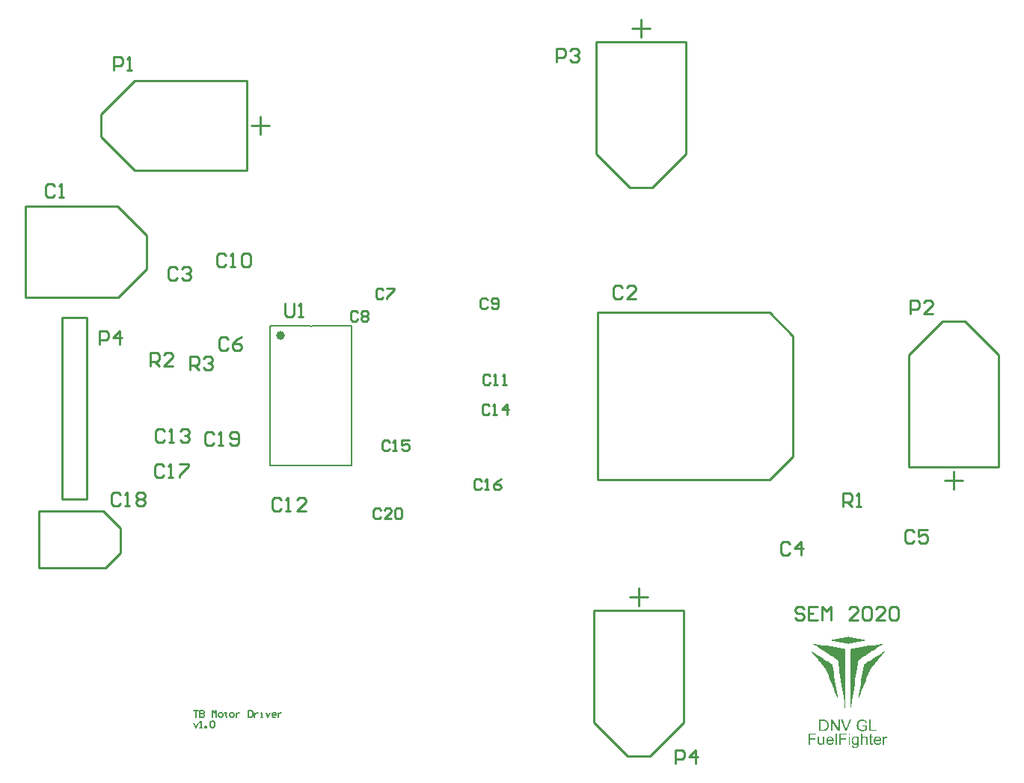
<source format=gbr>
%TF.GenerationSoftware,Altium Limited,Altium Designer,19.1.8 (144)*%
G04 Layer_Color=65535*
%FSLAX26Y26*%
%MOIN*%
%TF.FileFunction,Legend,Top*%
%TF.Part,Single*%
G01*
G75*
%TA.AperFunction,NonConductor*%
%ADD41C,0.007874*%
%TA.AperFunction,OtherPad,Free Pad (1228.347mil,2041.338mil)*%
%ADD42C,0.039370*%
%TA.AperFunction,NonConductor*%
%ADD43C,0.010000*%
%ADD44C,0.005906*%
G36*
X3759239Y695482D02*
X3776776D01*
Y692559D01*
X3794312D01*
Y689636D01*
X3811848D01*
Y686714D01*
X3829385D01*
Y683791D01*
X3846921D01*
Y680868D01*
X3829385D01*
Y677946D01*
X3811848D01*
Y675023D01*
X3794312D01*
Y672100D01*
X3776776D01*
Y669178D01*
X3759239D01*
Y666255D01*
X3753394D01*
Y669178D01*
X3735858D01*
Y672100D01*
X3718321D01*
Y675023D01*
X3700785D01*
Y677946D01*
X3683249D01*
Y680868D01*
X3665713D01*
Y683791D01*
X3683249D01*
Y686714D01*
X3700785D01*
Y689636D01*
X3718321D01*
Y692559D01*
X3735858D01*
Y695482D01*
X3753394D01*
Y698405D01*
X3759239D01*
Y695482D01*
D02*
G37*
G36*
X3919989Y628260D02*
X3917066D01*
Y625337D01*
X3914143D01*
Y622414D01*
X3911221D01*
Y619491D01*
X3908298D01*
Y616569D01*
X3905375D01*
Y613646D01*
Y610723D01*
X3902452D01*
Y607801D01*
X3899530D01*
Y604878D01*
X3896607D01*
Y601955D01*
X3893684D01*
Y599032D01*
X3890762D01*
Y596110D01*
Y593187D01*
X3887839D01*
Y590264D01*
X3884916D01*
Y587341D01*
X3881994D01*
Y584419D01*
X3879071D01*
Y581496D01*
X3876148D01*
Y578573D01*
Y575651D01*
X3873225D01*
Y572728D01*
X3870303D01*
Y569805D01*
X3867380D01*
Y566883D01*
X3864457D01*
Y563960D01*
X3861535D01*
Y561037D01*
Y558114D01*
X3858612D01*
Y555192D01*
X3855689D01*
Y552269D01*
X3852766D01*
Y549346D01*
Y546423D01*
Y543501D01*
X3849844D01*
Y540578D01*
Y537655D01*
X3846921D01*
Y534733D01*
Y531810D01*
Y528887D01*
X3843998D01*
Y525964D01*
Y523042D01*
X3841075D01*
Y520119D01*
Y517196D01*
Y514274D01*
X3838153D01*
Y511351D01*
Y508428D01*
X3835230D01*
Y505505D01*
Y502583D01*
Y499660D01*
X3832307D01*
Y496737D01*
Y493815D01*
X3829385D01*
Y490892D01*
Y487969D01*
Y485046D01*
X3826462D01*
Y482124D01*
Y479201D01*
X3823539D01*
Y476278D01*
Y473356D01*
Y470433D01*
X3820617D01*
Y467510D01*
Y464587D01*
X3817694D01*
Y461665D01*
Y458742D01*
Y455819D01*
X3814771D01*
Y452897D01*
Y449974D01*
X3811848D01*
Y447051D01*
Y444128D01*
Y441206D01*
X3808926D01*
Y438283D01*
Y435360D01*
X3806003D01*
Y432438D01*
Y429515D01*
Y426592D01*
X3803080D01*
Y429515D01*
Y432438D01*
Y435360D01*
Y438283D01*
Y441206D01*
Y444128D01*
X3806003D01*
Y447051D01*
Y449974D01*
Y452897D01*
Y455819D01*
Y458742D01*
Y461665D01*
X3808926D01*
Y464587D01*
Y467510D01*
Y470433D01*
Y473356D01*
Y476278D01*
Y479201D01*
X3811848D01*
Y482124D01*
Y485046D01*
Y487969D01*
Y490892D01*
Y493815D01*
X3814771D01*
Y496737D01*
Y499660D01*
Y502583D01*
Y505505D01*
Y508428D01*
Y511351D01*
X3817694D01*
Y514274D01*
Y517196D01*
Y520119D01*
Y523042D01*
Y525964D01*
Y528887D01*
X3820617D01*
Y531810D01*
Y534733D01*
Y537655D01*
Y540578D01*
Y543501D01*
Y546423D01*
X3823539D01*
Y549346D01*
Y552269D01*
Y555192D01*
Y558114D01*
Y561037D01*
Y563960D01*
X3826462D01*
Y566883D01*
Y569805D01*
Y572728D01*
Y575651D01*
X3832307D01*
Y578573D01*
X3835230D01*
Y581496D01*
X3841075D01*
Y584419D01*
X3843998D01*
Y587341D01*
X3849844D01*
Y590264D01*
X3852766D01*
Y593187D01*
X3858612D01*
Y596110D01*
X3864457D01*
Y599032D01*
X3867380D01*
Y601955D01*
X3873225D01*
Y604878D01*
X3876148D01*
Y607801D01*
X3881994D01*
Y610723D01*
X3884916D01*
Y613646D01*
X3890762D01*
Y616569D01*
X3896607D01*
Y619491D01*
X3899530D01*
Y622414D01*
X3905375D01*
Y625337D01*
X3908298D01*
Y628260D01*
X3914143D01*
Y631182D01*
X3919989D01*
Y628260D01*
D02*
G37*
G36*
X3598490D02*
X3604336D01*
Y625337D01*
X3607258D01*
Y622414D01*
X3613104D01*
Y619491D01*
X3616026D01*
Y616569D01*
X3621872D01*
Y613646D01*
X3624795D01*
Y610723D01*
X3630640D01*
Y607801D01*
X3636485D01*
Y604878D01*
X3639408D01*
Y601955D01*
X3645254D01*
Y599032D01*
X3648176D01*
Y596110D01*
X3654022D01*
Y593187D01*
X3656944D01*
Y590264D01*
X3662790D01*
Y587341D01*
X3668635D01*
Y584419D01*
X3671558D01*
Y581496D01*
X3677403D01*
Y578573D01*
X3680326D01*
Y575651D01*
X3686172D01*
Y572728D01*
Y569805D01*
Y566883D01*
Y563960D01*
X3689094D01*
Y561037D01*
Y558114D01*
Y555192D01*
Y552269D01*
Y549346D01*
Y546423D01*
X3692017D01*
Y543501D01*
Y540578D01*
Y537655D01*
Y534733D01*
Y531810D01*
Y528887D01*
X3694940D01*
Y525964D01*
Y523042D01*
Y520119D01*
Y517196D01*
Y514274D01*
Y511351D01*
X3697862D01*
Y508428D01*
Y505505D01*
Y502583D01*
Y499660D01*
Y496737D01*
Y493815D01*
X3700785D01*
Y490892D01*
Y487969D01*
Y485046D01*
Y482124D01*
Y479201D01*
Y476278D01*
X3703708D01*
Y473356D01*
Y470433D01*
Y467510D01*
Y464587D01*
Y461665D01*
Y458742D01*
X3706631D01*
Y455819D01*
Y452897D01*
Y449974D01*
Y447051D01*
Y444128D01*
Y441206D01*
X3709553D01*
Y438283D01*
Y435360D01*
Y432438D01*
Y429515D01*
Y426592D01*
X3706631D01*
Y429515D01*
Y432438D01*
X3703708D01*
Y435360D01*
Y438283D01*
Y441206D01*
X3700785D01*
Y444128D01*
Y447051D01*
X3697862D01*
Y449974D01*
Y452897D01*
Y455819D01*
X3694940D01*
Y458742D01*
Y461665D01*
X3692017D01*
Y464587D01*
Y467510D01*
Y470433D01*
X3689094D01*
Y473356D01*
Y476278D01*
X3686172D01*
Y479201D01*
Y482124D01*
Y485046D01*
X3683249D01*
Y487969D01*
Y490892D01*
X3680326D01*
Y493815D01*
Y496737D01*
Y499660D01*
X3677403D01*
Y502583D01*
Y505505D01*
X3674481D01*
Y508428D01*
Y511351D01*
Y514274D01*
X3671558D01*
Y517196D01*
Y520119D01*
X3668635D01*
Y523042D01*
Y525964D01*
Y528887D01*
X3665713D01*
Y531810D01*
Y534733D01*
X3662790D01*
Y537655D01*
Y540578D01*
Y543501D01*
X3659867D01*
Y546423D01*
Y549346D01*
X3656944D01*
Y552269D01*
Y555192D01*
X3654022D01*
Y558114D01*
X3651099D01*
Y561037D01*
Y563960D01*
X3648176D01*
Y566883D01*
X3645254D01*
Y569805D01*
X3642331D01*
Y572728D01*
X3639408D01*
Y575651D01*
X3636485D01*
Y578573D01*
Y581496D01*
X3633563D01*
Y584419D01*
X3630640D01*
Y587341D01*
X3627717D01*
Y590264D01*
X3624795D01*
Y593187D01*
X3621872D01*
Y596110D01*
Y599032D01*
X3618949D01*
Y601955D01*
X3616026D01*
Y604878D01*
X3613104D01*
Y607801D01*
X3610181D01*
Y610723D01*
X3607258D01*
Y613646D01*
Y616569D01*
X3604336D01*
Y619491D01*
X3601413D01*
Y622414D01*
X3598490D01*
Y625337D01*
X3595567D01*
Y628260D01*
X3592645D01*
Y631182D01*
X3598490D01*
Y628260D01*
D02*
G37*
G36*
X3911221Y663332D02*
X3905375D01*
Y660409D01*
X3902452D01*
Y657487D01*
X3896607D01*
Y654564D01*
X3893684D01*
Y651641D01*
X3887839D01*
Y648718D01*
X3884916D01*
Y645796D01*
X3879071D01*
Y642873D01*
X3876148D01*
Y639950D01*
X3870303D01*
Y637028D01*
X3867380D01*
Y634105D01*
X3861535D01*
Y631182D01*
X3855689D01*
Y628260D01*
X3852766D01*
Y625337D01*
X3846921D01*
Y622414D01*
X3843998D01*
Y619491D01*
X3838153D01*
Y616569D01*
X3835230D01*
Y613646D01*
X3829385D01*
Y610723D01*
X3826462D01*
Y607801D01*
X3820617D01*
Y604878D01*
X3817694D01*
Y601955D01*
X3811848D01*
Y599032D01*
X3808926D01*
Y596110D01*
X3803080D01*
Y593187D01*
Y590264D01*
Y587341D01*
X3800157D01*
Y584419D01*
Y581496D01*
Y578573D01*
Y575651D01*
Y572728D01*
Y569805D01*
X3797235D01*
Y566883D01*
Y563960D01*
Y561037D01*
Y558114D01*
Y555192D01*
Y552269D01*
Y549346D01*
X3794312D01*
Y546423D01*
Y543501D01*
Y540578D01*
Y537655D01*
Y534733D01*
Y531810D01*
X3791389D01*
Y528887D01*
Y525964D01*
Y523042D01*
Y520119D01*
Y517196D01*
Y514274D01*
X3788467D01*
Y511351D01*
Y508428D01*
Y505505D01*
Y502583D01*
Y499660D01*
Y496737D01*
Y493815D01*
X3785544D01*
Y490892D01*
Y487969D01*
Y485046D01*
Y482124D01*
Y479201D01*
Y476278D01*
X3782621D01*
Y473356D01*
Y470433D01*
Y467510D01*
Y464587D01*
Y461665D01*
Y458742D01*
Y455819D01*
X3779698D01*
Y452897D01*
Y449974D01*
Y447051D01*
Y444128D01*
Y441206D01*
Y438283D01*
X3776776D01*
Y435360D01*
Y432438D01*
Y429515D01*
Y426592D01*
Y423669D01*
Y420747D01*
X3773853D01*
Y417824D01*
Y414901D01*
Y411979D01*
Y409056D01*
Y406133D01*
Y403211D01*
Y400288D01*
X3770930D01*
Y397365D01*
Y394442D01*
Y391520D01*
Y388597D01*
Y385674D01*
Y382751D01*
X3768008D01*
Y385674D01*
Y388597D01*
Y391520D01*
Y394442D01*
Y397365D01*
Y400288D01*
Y403211D01*
Y406133D01*
Y409056D01*
Y411979D01*
Y414901D01*
Y417824D01*
Y420747D01*
Y423669D01*
Y426592D01*
Y429515D01*
Y432438D01*
Y435360D01*
Y438283D01*
Y441206D01*
Y444128D01*
Y447051D01*
Y449974D01*
Y452897D01*
Y455819D01*
Y458742D01*
Y461665D01*
Y464587D01*
Y467510D01*
Y470433D01*
Y473356D01*
Y476278D01*
Y479201D01*
Y482124D01*
Y485046D01*
Y487969D01*
Y490892D01*
Y493815D01*
Y496737D01*
Y499660D01*
Y502583D01*
Y505505D01*
Y508428D01*
Y511351D01*
Y514274D01*
Y517196D01*
Y520119D01*
Y523042D01*
Y525964D01*
Y528887D01*
Y531810D01*
Y534733D01*
Y537655D01*
Y540578D01*
Y543501D01*
Y546423D01*
Y549346D01*
Y552269D01*
Y555192D01*
Y558114D01*
Y561037D01*
Y563960D01*
Y566883D01*
Y569805D01*
Y572728D01*
Y575651D01*
Y578573D01*
Y581496D01*
Y584419D01*
Y587341D01*
Y590264D01*
Y593187D01*
Y596110D01*
Y599032D01*
Y601955D01*
Y604878D01*
Y607801D01*
Y610723D01*
Y613646D01*
Y616569D01*
Y619491D01*
Y622414D01*
Y625337D01*
Y628260D01*
Y631182D01*
Y634105D01*
Y637028D01*
Y639950D01*
Y642873D01*
X3770930D01*
Y645796D01*
X3788467D01*
Y648718D01*
X3806003D01*
Y651641D01*
X3823539D01*
Y654564D01*
X3841075D01*
Y657487D01*
X3858612D01*
Y660409D01*
X3879071D01*
Y663332D01*
X3896607D01*
Y666255D01*
X3911221D01*
Y663332D01*
D02*
G37*
G36*
X3616026D02*
X3633563D01*
Y660409D01*
X3651099D01*
Y657487D01*
X3671558D01*
Y654564D01*
X3689094D01*
Y651641D01*
X3706631D01*
Y648718D01*
X3724167D01*
Y645796D01*
X3741703D01*
Y642873D01*
X3744626D01*
Y639950D01*
Y637028D01*
Y634105D01*
Y631182D01*
Y628260D01*
Y625337D01*
Y622414D01*
Y619491D01*
Y616569D01*
Y613646D01*
Y610723D01*
Y607801D01*
Y604878D01*
Y601955D01*
Y599032D01*
Y596110D01*
Y593187D01*
Y590264D01*
Y587341D01*
Y584419D01*
Y581496D01*
Y578573D01*
Y575651D01*
Y572728D01*
Y569805D01*
Y566883D01*
Y563960D01*
Y561037D01*
Y558114D01*
Y555192D01*
Y552269D01*
Y549346D01*
Y546423D01*
Y543501D01*
Y540578D01*
Y537655D01*
Y534733D01*
Y531810D01*
Y528887D01*
Y525964D01*
Y523042D01*
Y520119D01*
Y517196D01*
Y514274D01*
Y511351D01*
Y508428D01*
Y505505D01*
Y502583D01*
Y499660D01*
Y496737D01*
Y493815D01*
Y490892D01*
Y487969D01*
Y485046D01*
Y482124D01*
Y479201D01*
Y476278D01*
Y473356D01*
Y470433D01*
Y467510D01*
Y464587D01*
Y461665D01*
Y458742D01*
Y455819D01*
Y452897D01*
Y449974D01*
Y447051D01*
Y444128D01*
Y441206D01*
Y438283D01*
Y435360D01*
Y432438D01*
Y429515D01*
Y426592D01*
Y423669D01*
Y420747D01*
Y417824D01*
Y414901D01*
Y411979D01*
Y409056D01*
Y406133D01*
Y403211D01*
Y400288D01*
Y397365D01*
Y394442D01*
Y391520D01*
Y388597D01*
Y385674D01*
Y382751D01*
Y379829D01*
X3741703D01*
Y382751D01*
Y385674D01*
Y388597D01*
Y391520D01*
Y394442D01*
Y397365D01*
Y400288D01*
X3738780D01*
Y403211D01*
Y406133D01*
Y409056D01*
Y411979D01*
Y414901D01*
Y417824D01*
X3735858D01*
Y420747D01*
Y423669D01*
Y426592D01*
Y429515D01*
Y432438D01*
Y435360D01*
Y438283D01*
X3732935D01*
Y441206D01*
Y444128D01*
Y447051D01*
Y449974D01*
Y452897D01*
Y455819D01*
X3730012D01*
Y458742D01*
Y461665D01*
Y464587D01*
Y467510D01*
Y470433D01*
Y473356D01*
X3727090D01*
Y476278D01*
Y479201D01*
Y482124D01*
Y485046D01*
Y487969D01*
Y490892D01*
Y493815D01*
X3724167D01*
Y496737D01*
Y499660D01*
Y502583D01*
Y505505D01*
Y508428D01*
Y511351D01*
X3721244D01*
Y514274D01*
Y517196D01*
Y520119D01*
Y523042D01*
Y525964D01*
Y528887D01*
Y531810D01*
X3718321D01*
Y534733D01*
Y537655D01*
Y540578D01*
Y543501D01*
Y546423D01*
Y549346D01*
X3715399D01*
Y552269D01*
Y555192D01*
Y558114D01*
Y561037D01*
Y563960D01*
Y566883D01*
X3712476D01*
Y569805D01*
Y572728D01*
Y575651D01*
Y578573D01*
Y581496D01*
Y584419D01*
Y587341D01*
X3709553D01*
Y590264D01*
Y593187D01*
Y596110D01*
X3703708D01*
Y599032D01*
X3700785D01*
Y601955D01*
X3694940D01*
Y604878D01*
X3692017D01*
Y607801D01*
X3686172D01*
Y610723D01*
X3683249D01*
Y613646D01*
X3677403D01*
Y616569D01*
X3674481D01*
Y619491D01*
X3668635D01*
Y622414D01*
X3662790D01*
Y625337D01*
X3659867D01*
Y628260D01*
X3654022D01*
Y631182D01*
X3651099D01*
Y634105D01*
X3645254D01*
Y637028D01*
X3642331D01*
Y639950D01*
X3636485D01*
Y642873D01*
X3633563D01*
Y645796D01*
X3627717D01*
Y648718D01*
X3624795D01*
Y651641D01*
X3618949D01*
Y654564D01*
X3616026D01*
Y657487D01*
X3610181D01*
Y660409D01*
X3607258D01*
Y663332D01*
X3601413D01*
Y666255D01*
X3616026D01*
Y663332D01*
D02*
G37*
G36*
X3821444Y328954D02*
X3822027D01*
X3823412Y328809D01*
X3824943Y328590D01*
X3826547Y328226D01*
X3828297Y327788D01*
X3829973Y327205D01*
X3830046D01*
X3830192Y327132D01*
X3830411Y327059D01*
X3830702Y326913D01*
X3831504Y326476D01*
X3832525Y325966D01*
X3833618Y325237D01*
X3834785Y324362D01*
X3835878Y323414D01*
X3836899Y322248D01*
X3837045Y322102D01*
X3837336Y321664D01*
X3837774Y321008D01*
X3838357Y320061D01*
X3838940Y318894D01*
X3839596Y317436D01*
X3840252Y315832D01*
X3840763Y314010D01*
X3834712Y312406D01*
Y312479D01*
X3834639Y312552D01*
X3834566Y312771D01*
X3834493Y313062D01*
X3834274Y313718D01*
X3833983Y314593D01*
X3833546Y315614D01*
X3833035Y316562D01*
X3832525Y317582D01*
X3831869Y318457D01*
X3831796Y318530D01*
X3831577Y318821D01*
X3831140Y319186D01*
X3830630Y319696D01*
X3829973Y320279D01*
X3829099Y320863D01*
X3828151Y321446D01*
X3827057Y321956D01*
X3826912Y322029D01*
X3826547Y322175D01*
X3825891Y322394D01*
X3825016Y322685D01*
X3823996Y322904D01*
X3822829Y323123D01*
X3821517Y323268D01*
X3820132Y323341D01*
X3819330D01*
X3818965Y323268D01*
X3818528D01*
X3817435Y323195D01*
X3816195Y322977D01*
X3814810Y322758D01*
X3813498Y322394D01*
X3812186Y321883D01*
X3812040Y321810D01*
X3811603Y321664D01*
X3811019Y321300D01*
X3810290Y320935D01*
X3809416Y320352D01*
X3808468Y319769D01*
X3807593Y319040D01*
X3806791Y318238D01*
X3806718Y318165D01*
X3806427Y317874D01*
X3806062Y317363D01*
X3805625Y316780D01*
X3805115Y316051D01*
X3804604Y315176D01*
X3804094Y314229D01*
X3803584Y313208D01*
Y313135D01*
X3803511Y312989D01*
X3803438Y312771D01*
X3803292Y312406D01*
X3803146Y311969D01*
X3803000Y311459D01*
X3802782Y310875D01*
X3802636Y310219D01*
X3802271Y308688D01*
X3801980Y306939D01*
X3801761Y305116D01*
X3801688Y303075D01*
Y303002D01*
Y302783D01*
Y302419D01*
X3801761Y301981D01*
Y301398D01*
X3801834Y300669D01*
X3801907Y299940D01*
X3801980Y299138D01*
X3802271Y297316D01*
X3802636Y295421D01*
X3803219Y293525D01*
X3803948Y291703D01*
Y291630D01*
X3804094Y291484D01*
X3804167Y291265D01*
X3804385Y290974D01*
X3804896Y290172D01*
X3805698Y289151D01*
X3806645Y288058D01*
X3807812Y286964D01*
X3809197Y285943D01*
X3810728Y284996D01*
X3810801D01*
X3810947Y284923D01*
X3811165Y284777D01*
X3811530Y284631D01*
X3811894Y284486D01*
X3812405Y284340D01*
X3813571Y283902D01*
X3815029Y283538D01*
X3816633Y283173D01*
X3818382Y282882D01*
X3820205Y282809D01*
X3820934D01*
X3821371Y282882D01*
X3821809D01*
X3822902Y283027D01*
X3824214Y283173D01*
X3825599Y283465D01*
X3827130Y283902D01*
X3828661Y284413D01*
X3828734D01*
X3828880Y284486D01*
X3829026Y284558D01*
X3829317Y284704D01*
X3830119Y285069D01*
X3830994Y285506D01*
X3832015Y286016D01*
X3833108Y286600D01*
X3834129Y287256D01*
X3835003Y287985D01*
Y297462D01*
X3820132D01*
Y303440D01*
X3841564D01*
Y284704D01*
X3841492Y284631D01*
X3841346Y284558D01*
X3841054Y284340D01*
X3840690Y284048D01*
X3840252Y283757D01*
X3839742Y283392D01*
X3839086Y282955D01*
X3838430Y282517D01*
X3836899Y281570D01*
X3835149Y280549D01*
X3833327Y279601D01*
X3831358Y278799D01*
X3831286D01*
X3831140Y278726D01*
X3830848Y278654D01*
X3830484Y278508D01*
X3829973Y278362D01*
X3829390Y278143D01*
X3828734Y277997D01*
X3828078Y277852D01*
X3826474Y277487D01*
X3824652Y277123D01*
X3822683Y276904D01*
X3820642Y276831D01*
X3819913D01*
X3819403Y276904D01*
X3818747D01*
X3817945Y276977D01*
X3817070Y277123D01*
X3816122Y277195D01*
X3814008Y277633D01*
X3811748Y278143D01*
X3809416Y278945D01*
X3808249Y279382D01*
X3807083Y279966D01*
X3807010Y280039D01*
X3806791Y280111D01*
X3806500Y280330D01*
X3806062Y280549D01*
X3805552Y280913D01*
X3805042Y281278D01*
X3803657Y282298D01*
X3802198Y283611D01*
X3800668Y285214D01*
X3799210Y287037D01*
X3797897Y289151D01*
Y289224D01*
X3797752Y289443D01*
X3797606Y289734D01*
X3797387Y290245D01*
X3797168Y290755D01*
X3796950Y291484D01*
X3796658Y292213D01*
X3796367Y293088D01*
X3796075Y294035D01*
X3795783Y295129D01*
X3795565Y296222D01*
X3795346Y297389D01*
X3794981Y299940D01*
X3794836Y302638D01*
Y302711D01*
Y303002D01*
Y303367D01*
X3794909Y303877D01*
Y304533D01*
X3794981Y305335D01*
X3795127Y306137D01*
X3795200Y307084D01*
X3795419Y308105D01*
X3795565Y309199D01*
X3796148Y311531D01*
X3796877Y313937D01*
X3797897Y316343D01*
X3797970Y316416D01*
X3798043Y316634D01*
X3798189Y316926D01*
X3798481Y317363D01*
X3798772Y317947D01*
X3799137Y318530D01*
X3800157Y319915D01*
X3801397Y321519D01*
X3802927Y323050D01*
X3804677Y324580D01*
X3805698Y325237D01*
X3806718Y325893D01*
X3806791Y325966D01*
X3807010Y326038D01*
X3807302Y326184D01*
X3807739Y326403D01*
X3808322Y326622D01*
X3808978Y326913D01*
X3809707Y327205D01*
X3810582Y327497D01*
X3811530Y327788D01*
X3812550Y328007D01*
X3813644Y328298D01*
X3814810Y328517D01*
X3817362Y328882D01*
X3818674Y329027D01*
X3821007D01*
X3821444Y328954D01*
D02*
G37*
G36*
X3718728Y277706D02*
X3711802D01*
X3685413Y317291D01*
Y277706D01*
X3678997D01*
Y328153D01*
X3685850D01*
X3712313Y288495D01*
Y328153D01*
X3718728D01*
Y277706D01*
D02*
G37*
G36*
X3751241D02*
X3744243D01*
X3724706Y328153D01*
X3731996D01*
X3745118Y291484D01*
Y291411D01*
X3745191Y291265D01*
X3745264Y291046D01*
X3745409Y290755D01*
X3745482Y290317D01*
X3745628Y289880D01*
X3745993Y288787D01*
X3746430Y287547D01*
X3746867Y286162D01*
X3747742Y283246D01*
Y283319D01*
X3747815Y283465D01*
X3747888Y283684D01*
X3747961Y283975D01*
X3748180Y284777D01*
X3748544Y285871D01*
X3748909Y287110D01*
X3749346Y288495D01*
X3749856Y289953D01*
X3750439Y291484D01*
X3764145Y328153D01*
X3770924D01*
X3751241Y277706D01*
D02*
G37*
G36*
X3857821Y283684D02*
X3882680D01*
Y277706D01*
X3851114D01*
Y328153D01*
X3857821D01*
Y283684D01*
D02*
G37*
G36*
X3648890Y328080D02*
X3650348Y328007D01*
X3651806Y327861D01*
X3653264Y327642D01*
X3654503Y327424D01*
X3654576D01*
X3654722Y327351D01*
X3654941D01*
X3655232Y327205D01*
X3656034Y326986D01*
X3657055Y326622D01*
X3658221Y326111D01*
X3659460Y325455D01*
X3660700Y324726D01*
X3661866Y323779D01*
X3661939Y323706D01*
X3662012Y323633D01*
X3662231Y323414D01*
X3662522Y323195D01*
X3663251Y322466D01*
X3664126Y321446D01*
X3665074Y320207D01*
X3666094Y318748D01*
X3667042Y317072D01*
X3667844Y315176D01*
Y315103D01*
X3667917Y314958D01*
X3668062Y314666D01*
X3668135Y314229D01*
X3668354Y313718D01*
X3668500Y313135D01*
X3668646Y312479D01*
X3668864Y311677D01*
X3669083Y310875D01*
X3669229Y309928D01*
X3669593Y307886D01*
X3669812Y305627D01*
X3669885Y303148D01*
Y303075D01*
Y302929D01*
Y302565D01*
Y302200D01*
X3669812Y301690D01*
Y301107D01*
X3669739Y299722D01*
X3669521Y298118D01*
X3669302Y296441D01*
X3668937Y294692D01*
X3668500Y292942D01*
Y292869D01*
X3668427Y292723D01*
X3668354Y292505D01*
X3668281Y292213D01*
X3667990Y291411D01*
X3667552Y290390D01*
X3667115Y289224D01*
X3666532Y288058D01*
X3665803Y286818D01*
X3665074Y285652D01*
X3665001Y285506D01*
X3664709Y285142D01*
X3664272Y284631D01*
X3663689Y283975D01*
X3663032Y283246D01*
X3662231Y282517D01*
X3661429Y281715D01*
X3660481Y281059D01*
X3660335Y280986D01*
X3660044Y280768D01*
X3659533Y280476D01*
X3658804Y280111D01*
X3657929Y279674D01*
X3656909Y279310D01*
X3655742Y278872D01*
X3654430Y278508D01*
X3654284D01*
X3654066Y278435D01*
X3653847Y278362D01*
X3653118Y278289D01*
X3652097Y278143D01*
X3650931Y277997D01*
X3649546Y277852D01*
X3648015Y277779D01*
X3646338Y277706D01*
X3628186D01*
Y328153D01*
X3647578D01*
X3648890Y328080D01*
D02*
G37*
G36*
X3764874Y259670D02*
X3758677D01*
Y266742D01*
X3764874D01*
Y259670D01*
D02*
G37*
G36*
X3926201Y253620D02*
X3927003Y253474D01*
X3927951Y253182D01*
X3928972Y252818D01*
X3930138Y252307D01*
X3931377Y251651D01*
X3929117Y245965D01*
X3929044Y246038D01*
X3928753Y246184D01*
X3928316Y246403D01*
X3927732Y246621D01*
X3927076Y246840D01*
X3926274Y247059D01*
X3925472Y247204D01*
X3924671Y247277D01*
X3924306D01*
X3923941Y247204D01*
X3923431Y247131D01*
X3922921Y246986D01*
X3922265Y246767D01*
X3921609Y246475D01*
X3921026Y246038D01*
X3920953Y245965D01*
X3920734Y245819D01*
X3920515Y245528D01*
X3920151Y245163D01*
X3919786Y244653D01*
X3919422Y244070D01*
X3919057Y243414D01*
X3918766Y242612D01*
X3918693Y242466D01*
X3918620Y242029D01*
X3918474Y241372D01*
X3918255Y240498D01*
X3918037Y239404D01*
X3917891Y238165D01*
X3917818Y236853D01*
X3917745Y235395D01*
Y216295D01*
X3911548D01*
Y252891D01*
X3917162D01*
Y247350D01*
X3917235Y247423D01*
X3917526Y247933D01*
X3917891Y248589D01*
X3918474Y249391D01*
X3919057Y250193D01*
X3919713Y251068D01*
X3920369Y251797D01*
X3921026Y252380D01*
X3921098Y252453D01*
X3921317Y252599D01*
X3921755Y252818D01*
X3922192Y253036D01*
X3922775Y253255D01*
X3923504Y253474D01*
X3924233Y253620D01*
X3925035Y253692D01*
X3925545D01*
X3926201Y253620D01*
D02*
G37*
G36*
X3651004Y216295D02*
X3645463D01*
Y221617D01*
X3645391Y221544D01*
X3645245Y221325D01*
X3645026Y221033D01*
X3644662Y220669D01*
X3644224Y220231D01*
X3643714Y219648D01*
X3643131Y219138D01*
X3642402Y218555D01*
X3641600Y217971D01*
X3640725Y217461D01*
X3639777Y216951D01*
X3638757Y216441D01*
X3637590Y216076D01*
X3636424Y215785D01*
X3635112Y215566D01*
X3633800Y215493D01*
X3633289D01*
X3632633Y215566D01*
X3631831Y215639D01*
X3630883Y215785D01*
X3629863Y216003D01*
X3628842Y216295D01*
X3627749Y216732D01*
X3627603Y216805D01*
X3627311Y216951D01*
X3626801Y217243D01*
X3626218Y217607D01*
X3625489Y218044D01*
X3624833Y218555D01*
X3624177Y219138D01*
X3623593Y219794D01*
X3623521Y219867D01*
X3623375Y220159D01*
X3623156Y220523D01*
X3622865Y221106D01*
X3622500Y221762D01*
X3622208Y222564D01*
X3621917Y223439D01*
X3621698Y224387D01*
Y224460D01*
X3621625Y224751D01*
X3621552Y225189D01*
Y225772D01*
X3621479Y226647D01*
X3621407Y227594D01*
X3621334Y228834D01*
Y230219D01*
Y252891D01*
X3627530D01*
Y232552D01*
Y232479D01*
Y232333D01*
Y232114D01*
Y231750D01*
Y230948D01*
X3627603Y229927D01*
Y228834D01*
X3627676Y227740D01*
X3627749Y226792D01*
X3627895Y225990D01*
Y225918D01*
X3628040Y225626D01*
X3628186Y225189D01*
X3628405Y224605D01*
X3628769Y224022D01*
X3629207Y223366D01*
X3629717Y222783D01*
X3630373Y222200D01*
X3630446Y222127D01*
X3630738Y221981D01*
X3631102Y221762D01*
X3631685Y221544D01*
X3632341Y221252D01*
X3633143Y221033D01*
X3634018Y220887D01*
X3635039Y220815D01*
X3635549D01*
X3636059Y220887D01*
X3636715Y220960D01*
X3637517Y221179D01*
X3638392Y221398D01*
X3639340Y221762D01*
X3640288Y222200D01*
X3640433Y222273D01*
X3640725Y222491D01*
X3641162Y222783D01*
X3641673Y223220D01*
X3642256Y223804D01*
X3642839Y224460D01*
X3643349Y225189D01*
X3643787Y226063D01*
X3643860Y226209D01*
X3643933Y226501D01*
X3644078Y227084D01*
X3644297Y227886D01*
X3644516Y228906D01*
X3644662Y230146D01*
X3644735Y231604D01*
X3644807Y233280D01*
Y252891D01*
X3651004D01*
Y216295D01*
D02*
G37*
G36*
X3819767Y248662D02*
X3819840Y248735D01*
X3819986Y248881D01*
X3820205Y249100D01*
X3820569Y249464D01*
X3820934Y249829D01*
X3821444Y250266D01*
X3822100Y250704D01*
X3822756Y251214D01*
X3823485Y251651D01*
X3824287Y252089D01*
X3826183Y252891D01*
X3827203Y253255D01*
X3828297Y253474D01*
X3829463Y253620D01*
X3830630Y253692D01*
X3831286D01*
X3832088Y253620D01*
X3833035Y253474D01*
X3834129Y253328D01*
X3835295Y253036D01*
X3836461Y252599D01*
X3837628Y252089D01*
X3837774Y252016D01*
X3838138Y251797D01*
X3838648Y251433D01*
X3839305Y250922D01*
X3839961Y250266D01*
X3840690Y249537D01*
X3841346Y248662D01*
X3841929Y247642D01*
X3842002Y247496D01*
X3842148Y247131D01*
X3842366Y246475D01*
X3842585Y245528D01*
X3842804Y244361D01*
X3843023Y242976D01*
X3843168Y241299D01*
X3843241Y239404D01*
Y216295D01*
X3837045D01*
Y239477D01*
Y239550D01*
Y239696D01*
Y239914D01*
Y240206D01*
X3836972Y241008D01*
X3836826Y242029D01*
X3836534Y243122D01*
X3836170Y244215D01*
X3835660Y245309D01*
X3835003Y246184D01*
X3834931Y246257D01*
X3834639Y246548D01*
X3834202Y246913D01*
X3833546Y247277D01*
X3832744Y247715D01*
X3831796Y248006D01*
X3830630Y248298D01*
X3829317Y248371D01*
X3828880D01*
X3828370Y248298D01*
X3827641Y248225D01*
X3826912Y248006D01*
X3826037Y247788D01*
X3825162Y247423D01*
X3824214Y246913D01*
X3824141Y246840D01*
X3823850Y246621D01*
X3823412Y246330D01*
X3822902Y245892D01*
X3822319Y245309D01*
X3821736Y244653D01*
X3821225Y243851D01*
X3820788Y242976D01*
X3820715Y242830D01*
X3820642Y242539D01*
X3820496Y241956D01*
X3820278Y241227D01*
X3820059Y240279D01*
X3819913Y239113D01*
X3819840Y237800D01*
X3819767Y236269D01*
Y216295D01*
X3813571D01*
Y266742D01*
X3819767D01*
Y248662D01*
D02*
G37*
G36*
X3764874Y216295D02*
X3758677D01*
Y252891D01*
X3764874D01*
Y216295D01*
D02*
G37*
G36*
X3750804Y260764D02*
X3723394D01*
Y245163D01*
X3747086D01*
Y239185D01*
X3723394D01*
Y216295D01*
X3716687D01*
Y266742D01*
X3750804D01*
Y260764D01*
D02*
G37*
G36*
X3705970Y216295D02*
X3699774D01*
Y266742D01*
X3705970D01*
Y216295D01*
D02*
G37*
G36*
X3613606Y260764D02*
X3586196D01*
Y245163D01*
X3609888D01*
Y239185D01*
X3586196D01*
Y216295D01*
X3579489D01*
Y266742D01*
X3613606D01*
Y260764D01*
D02*
G37*
G36*
X3860008Y252891D02*
X3866278D01*
Y248079D01*
X3860008D01*
Y226574D01*
Y226428D01*
Y226136D01*
Y225699D01*
X3860081Y225189D01*
X3860154Y224022D01*
X3860227Y223512D01*
X3860300Y223147D01*
X3860373Y223002D01*
X3860591Y222710D01*
X3860883Y222345D01*
X3861393Y221981D01*
X3861539Y221908D01*
X3861904Y221762D01*
X3862560Y221617D01*
X3863507Y221544D01*
X3864236D01*
X3864601Y221617D01*
X3865111D01*
X3865694Y221689D01*
X3866278Y221762D01*
X3867079Y216295D01*
X3866934D01*
X3866642Y216222D01*
X3866132Y216149D01*
X3865476Y216076D01*
X3864747Y215930D01*
X3863945Y215857D01*
X3862341Y215785D01*
X3861758D01*
X3861175Y215857D01*
X3860446Y215930D01*
X3859571Y216003D01*
X3858696Y216222D01*
X3857894Y216441D01*
X3857092Y216805D01*
X3857019Y216878D01*
X3856801Y217024D01*
X3856509Y217243D01*
X3856072Y217607D01*
X3855707Y217971D01*
X3855270Y218482D01*
X3854832Y218992D01*
X3854541Y219648D01*
Y219721D01*
X3854395Y220013D01*
X3854322Y220523D01*
X3854176Y221252D01*
X3854030Y222200D01*
X3853957Y222783D01*
Y223439D01*
X3853885Y224241D01*
X3853812Y225043D01*
Y225918D01*
Y226938D01*
Y248079D01*
X3849219D01*
Y252891D01*
X3853812D01*
Y261930D01*
X3860008Y265648D01*
Y252891D01*
D02*
G37*
G36*
X3888585Y253620D02*
X3889168Y253547D01*
X3889897Y253401D01*
X3890699Y253255D01*
X3891647Y253036D01*
X3892522Y252818D01*
X3893542Y252453D01*
X3894490Y252089D01*
X3895510Y251578D01*
X3896531Y250995D01*
X3897552Y250339D01*
X3898499Y249537D01*
X3899374Y248662D01*
X3899447Y248589D01*
X3899593Y248444D01*
X3899812Y248152D01*
X3900103Y247715D01*
X3900468Y247204D01*
X3900832Y246621D01*
X3901270Y245892D01*
X3901707Y245017D01*
X3902144Y244070D01*
X3902582Y243049D01*
X3902946Y241883D01*
X3903311Y240643D01*
X3903602Y239258D01*
X3903821Y237800D01*
X3903967Y236269D01*
X3904040Y234593D01*
Y234520D01*
Y234228D01*
Y233718D01*
X3903967Y232989D01*
X3876629D01*
Y232916D01*
Y232697D01*
X3876702Y232406D01*
Y231968D01*
X3876775Y231458D01*
X3876921Y230875D01*
X3877140Y229563D01*
X3877577Y228105D01*
X3878160Y226501D01*
X3878962Y225043D01*
X3879983Y223731D01*
X3880056D01*
X3880129Y223585D01*
X3880566Y223220D01*
X3881222Y222710D01*
X3882097Y222200D01*
X3883263Y221617D01*
X3884575Y221106D01*
X3886034Y220742D01*
X3886835Y220669D01*
X3887710Y220596D01*
X3888293D01*
X3888950Y220669D01*
X3889751Y220815D01*
X3890626Y221033D01*
X3891647Y221325D01*
X3892595Y221762D01*
X3893542Y222345D01*
X3893615Y222418D01*
X3893980Y222710D01*
X3894417Y223147D01*
X3894927Y223731D01*
X3895510Y224532D01*
X3896167Y225553D01*
X3896823Y226720D01*
X3897406Y228105D01*
X3903821Y227303D01*
Y227230D01*
X3903748Y227084D01*
X3903675Y226792D01*
X3903530Y226355D01*
X3903311Y225918D01*
X3903092Y225334D01*
X3902509Y224095D01*
X3901780Y222710D01*
X3900759Y221252D01*
X3899593Y219867D01*
X3898135Y218555D01*
X3898062D01*
X3897916Y218409D01*
X3897698Y218263D01*
X3897406Y218044D01*
X3896968Y217826D01*
X3896531Y217607D01*
X3895948Y217315D01*
X3895292Y217024D01*
X3894563Y216732D01*
X3893834Y216441D01*
X3892011Y216003D01*
X3889970Y215639D01*
X3887710Y215493D01*
X3886908D01*
X3886398Y215566D01*
X3885742Y215639D01*
X3884940Y215785D01*
X3884065Y215930D01*
X3883117Y216076D01*
X3881076Y216659D01*
X3879983Y217097D01*
X3878962Y217534D01*
X3877869Y218117D01*
X3876848Y218773D01*
X3875900Y219502D01*
X3874953Y220377D01*
X3874880Y220450D01*
X3874734Y220596D01*
X3874515Y220887D01*
X3874224Y221325D01*
X3873859Y221835D01*
X3873495Y222418D01*
X3873057Y223147D01*
X3872620Y223949D01*
X3872182Y224897D01*
X3871745Y225918D01*
X3871381Y227084D01*
X3871016Y228323D01*
X3870724Y229636D01*
X3870506Y231094D01*
X3870360Y232624D01*
X3870287Y234228D01*
Y234301D01*
Y234666D01*
Y235103D01*
X3870360Y235759D01*
X3870433Y236561D01*
X3870506Y237436D01*
X3870652Y238456D01*
X3870870Y239477D01*
X3871454Y241810D01*
X3871818Y242976D01*
X3872255Y244215D01*
X3872839Y245382D01*
X3873495Y246475D01*
X3874224Y247569D01*
X3875026Y248589D01*
X3875099Y248662D01*
X3875244Y248808D01*
X3875536Y249027D01*
X3875900Y249391D01*
X3876338Y249756D01*
X3876921Y250193D01*
X3877577Y250704D01*
X3878379Y251141D01*
X3879181Y251651D01*
X3880129Y252089D01*
X3881149Y252526D01*
X3882243Y252891D01*
X3883409Y253255D01*
X3884648Y253474D01*
X3885961Y253620D01*
X3887346Y253692D01*
X3888075D01*
X3888585Y253620D01*
D02*
G37*
G36*
X3676883D02*
X3677467Y253547D01*
X3678196Y253401D01*
X3678997Y253255D01*
X3679945Y253036D01*
X3680820Y252818D01*
X3681841Y252453D01*
X3682788Y252089D01*
X3683809Y251578D01*
X3684829Y250995D01*
X3685850Y250339D01*
X3686798Y249537D01*
X3687673Y248662D01*
X3687745Y248589D01*
X3687891Y248444D01*
X3688110Y248152D01*
X3688402Y247715D01*
X3688766Y247204D01*
X3689131Y246621D01*
X3689568Y245892D01*
X3690005Y245017D01*
X3690443Y244070D01*
X3690880Y243049D01*
X3691245Y241883D01*
X3691609Y240643D01*
X3691901Y239258D01*
X3692119Y237800D01*
X3692265Y236269D01*
X3692338Y234593D01*
Y234520D01*
Y234228D01*
Y233718D01*
X3692265Y232989D01*
X3664928D01*
Y232916D01*
Y232697D01*
X3665001Y232406D01*
Y231968D01*
X3665074Y231458D01*
X3665219Y230875D01*
X3665438Y229563D01*
X3665876Y228105D01*
X3666459Y226501D01*
X3667261Y225043D01*
X3668281Y223731D01*
X3668354D01*
X3668427Y223585D01*
X3668864Y223220D01*
X3669521Y222710D01*
X3670395Y222200D01*
X3671562Y221617D01*
X3672874Y221106D01*
X3674332Y220742D01*
X3675134Y220669D01*
X3676009Y220596D01*
X3676592D01*
X3677248Y220669D01*
X3678050Y220815D01*
X3678925Y221033D01*
X3679945Y221325D01*
X3680893Y221762D01*
X3681841Y222345D01*
X3681914Y222418D01*
X3682278Y222710D01*
X3682715Y223147D01*
X3683226Y223731D01*
X3683809Y224532D01*
X3684465Y225553D01*
X3685121Y226720D01*
X3685704Y228105D01*
X3692119Y227303D01*
Y227230D01*
X3692047Y227084D01*
X3691974Y226792D01*
X3691828Y226355D01*
X3691609Y225918D01*
X3691390Y225334D01*
X3690807Y224095D01*
X3690078Y222710D01*
X3689058Y221252D01*
X3687891Y219867D01*
X3686433Y218555D01*
X3686360D01*
X3686215Y218409D01*
X3685996Y218263D01*
X3685704Y218044D01*
X3685267Y217826D01*
X3684829Y217607D01*
X3684246Y217315D01*
X3683590Y217024D01*
X3682861Y216732D01*
X3682132Y216441D01*
X3680310Y216003D01*
X3678269Y215639D01*
X3676009Y215493D01*
X3675207D01*
X3674696Y215566D01*
X3674040Y215639D01*
X3673238Y215785D01*
X3672364Y215930D01*
X3671416Y216076D01*
X3669375Y216659D01*
X3668281Y217097D01*
X3667261Y217534D01*
X3666167Y218117D01*
X3665146Y218773D01*
X3664199Y219502D01*
X3663251Y220377D01*
X3663178Y220450D01*
X3663032Y220596D01*
X3662814Y220887D01*
X3662522Y221325D01*
X3662158Y221835D01*
X3661793Y222418D01*
X3661356Y223147D01*
X3660918Y223949D01*
X3660481Y224897D01*
X3660044Y225918D01*
X3659679Y227084D01*
X3659314Y228323D01*
X3659023Y229636D01*
X3658804Y231094D01*
X3658658Y232624D01*
X3658586Y234228D01*
Y234301D01*
Y234666D01*
Y235103D01*
X3658658Y235759D01*
X3658731Y236561D01*
X3658804Y237436D01*
X3658950Y238456D01*
X3659169Y239477D01*
X3659752Y241810D01*
X3660116Y242976D01*
X3660554Y244215D01*
X3661137Y245382D01*
X3661793Y246475D01*
X3662522Y247569D01*
X3663324Y248589D01*
X3663397Y248662D01*
X3663543Y248808D01*
X3663834Y249027D01*
X3664199Y249391D01*
X3664636Y249756D01*
X3665219Y250193D01*
X3665876Y250704D01*
X3666677Y251141D01*
X3667479Y251651D01*
X3668427Y252089D01*
X3669448Y252526D01*
X3670541Y252891D01*
X3671707Y253255D01*
X3672947Y253474D01*
X3674259Y253620D01*
X3675644Y253692D01*
X3676373D01*
X3676883Y253620D01*
D02*
G37*
G36*
X3788858D02*
X3789368Y253547D01*
X3790024Y253401D01*
X3790753Y253255D01*
X3791555Y253036D01*
X3792357Y252745D01*
X3793232Y252380D01*
X3794107Y251943D01*
X3795054Y251433D01*
X3795929Y250849D01*
X3796804Y250120D01*
X3797679Y249319D01*
X3798481Y248371D01*
Y252891D01*
X3804167D01*
Y221252D01*
Y221179D01*
Y220887D01*
Y220450D01*
Y219867D01*
X3804094Y219211D01*
Y218409D01*
X3804021Y217534D01*
X3803948Y216586D01*
X3803729Y214618D01*
X3803438Y212577D01*
X3803219Y211629D01*
X3803000Y210754D01*
X3802709Y209952D01*
X3802417Y209224D01*
Y209151D01*
X3802344Y209078D01*
X3802053Y208640D01*
X3801688Y207984D01*
X3801105Y207182D01*
X3800303Y206308D01*
X3799355Y205360D01*
X3798189Y204412D01*
X3796877Y203610D01*
X3796804D01*
X3796731Y203537D01*
X3796512Y203392D01*
X3796221Y203319D01*
X3795856Y203100D01*
X3795419Y202954D01*
X3794325Y202590D01*
X3793013Y202152D01*
X3791409Y201861D01*
X3789587Y201569D01*
X3787619Y201496D01*
X3786962D01*
X3786525Y201569D01*
X3785942D01*
X3785359Y201642D01*
X3784630Y201715D01*
X3783828Y201861D01*
X3782151Y202225D01*
X3780401Y202735D01*
X3778652Y203464D01*
X3777048Y204485D01*
X3776975Y204558D01*
X3776902Y204631D01*
X3776392Y205068D01*
X3775809Y205724D01*
X3775080Y206672D01*
X3774351Y207911D01*
X3773695Y209442D01*
X3773476Y210317D01*
X3773330Y211265D01*
X3773184Y212212D01*
Y213306D01*
X3779235Y212504D01*
Y212358D01*
X3779308Y212067D01*
X3779454Y211556D01*
X3779599Y210900D01*
X3779891Y210244D01*
X3780256Y209588D01*
X3780693Y208932D01*
X3781276Y208422D01*
X3781422Y208349D01*
X3781714Y208130D01*
X3782224Y207838D01*
X3782953Y207547D01*
X3783828Y207182D01*
X3784921Y206891D01*
X3786233Y206672D01*
X3787619Y206599D01*
X3788347D01*
X3789077Y206672D01*
X3790097Y206818D01*
X3791118Y207036D01*
X3792211Y207328D01*
X3793305Y207766D01*
X3794252Y208349D01*
X3794325Y208422D01*
X3794617Y208640D01*
X3795054Y209078D01*
X3795565Y209588D01*
X3796075Y210317D01*
X3796585Y211119D01*
X3797095Y212067D01*
X3797460Y213160D01*
Y213233D01*
X3797533Y213525D01*
X3797606Y214108D01*
X3797679Y214837D01*
X3797752Y215347D01*
Y215930D01*
X3797825Y216586D01*
Y217315D01*
Y218117D01*
X3797897Y219065D01*
Y220013D01*
Y221106D01*
X3797825Y221033D01*
X3797679Y220887D01*
X3797460Y220669D01*
X3797168Y220377D01*
X3796804Y220013D01*
X3796294Y219575D01*
X3795710Y219138D01*
X3795127Y218701D01*
X3793596Y217826D01*
X3791920Y217024D01*
X3790972Y216732D01*
X3789951Y216513D01*
X3788858Y216368D01*
X3787764Y216295D01*
X3787400D01*
X3787035Y216368D01*
X3786525D01*
X3785869Y216441D01*
X3785140Y216586D01*
X3784338Y216732D01*
X3783463Y216951D01*
X3782515Y217243D01*
X3781568Y217607D01*
X3780620Y218044D01*
X3779599Y218555D01*
X3778652Y219211D01*
X3777704Y219940D01*
X3776829Y220742D01*
X3776027Y221689D01*
X3775954Y221762D01*
X3775882Y221908D01*
X3775663Y222273D01*
X3775371Y222637D01*
X3775080Y223220D01*
X3774715Y223804D01*
X3774351Y224532D01*
X3773986Y225407D01*
X3773622Y226282D01*
X3773257Y227303D01*
X3772893Y228323D01*
X3772601Y229490D01*
X3772091Y231968D01*
X3772018Y233353D01*
X3771945Y234738D01*
Y234811D01*
Y234957D01*
Y235249D01*
Y235613D01*
X3772018Y236124D01*
Y236634D01*
X3772164Y237946D01*
X3772382Y239404D01*
X3772747Y241008D01*
X3773184Y242685D01*
X3773840Y244361D01*
Y244434D01*
X3773913Y244580D01*
X3774059Y244799D01*
X3774205Y245090D01*
X3774642Y245892D01*
X3775226Y246913D01*
X3776027Y248006D01*
X3776975Y249100D01*
X3778069Y250266D01*
X3779308Y251214D01*
X3779381D01*
X3779454Y251287D01*
X3779672Y251433D01*
X3779964Y251578D01*
X3780693Y252016D01*
X3781714Y252453D01*
X3782953Y252891D01*
X3784411Y253328D01*
X3786015Y253620D01*
X3787764Y253692D01*
X3788420D01*
X3788858Y253620D01*
D02*
G37*
%LPC*%
G36*
X3646557Y322175D02*
X3634893D01*
Y283684D01*
X3646849D01*
X3647359Y283757D01*
X3648452Y283829D01*
X3649692Y283902D01*
X3651004Y284048D01*
X3652316Y284267D01*
X3653410Y284558D01*
X3653555Y284631D01*
X3653920Y284704D01*
X3654430Y284923D01*
X3655086Y285214D01*
X3655815Y285652D01*
X3656544Y286089D01*
X3657273Y286600D01*
X3658002Y287183D01*
X3658075Y287329D01*
X3658367Y287620D01*
X3658804Y288130D01*
X3659314Y288860D01*
X3659898Y289807D01*
X3660554Y290901D01*
X3661137Y292140D01*
X3661647Y293525D01*
Y293598D01*
X3661720Y293744D01*
X3661793Y293962D01*
X3661866Y294254D01*
X3661939Y294619D01*
X3662085Y295129D01*
X3662231Y295639D01*
X3662376Y296222D01*
X3662595Y297680D01*
X3662814Y299357D01*
X3662959Y301252D01*
X3663032Y303294D01*
Y303367D01*
Y303658D01*
Y304023D01*
X3662959Y304606D01*
Y305262D01*
X3662887Y305991D01*
X3662814Y306866D01*
X3662741Y307741D01*
X3662376Y309709D01*
X3661939Y311750D01*
X3661283Y313646D01*
X3660845Y314593D01*
X3660408Y315395D01*
Y315468D01*
X3660262Y315614D01*
X3660116Y315832D01*
X3659971Y316124D01*
X3659387Y316853D01*
X3658658Y317728D01*
X3657711Y318676D01*
X3656617Y319623D01*
X3655378Y320425D01*
X3654066Y321081D01*
X3653920Y321154D01*
X3653555Y321227D01*
X3652899Y321446D01*
X3651952Y321664D01*
X3650785Y321810D01*
X3649327Y322029D01*
X3648452Y322102D01*
X3647505D01*
X3646557Y322175D01*
D02*
G37*
G36*
X3887419Y248589D02*
X3886981D01*
X3886690Y248517D01*
X3885888Y248444D01*
X3884940Y248225D01*
X3883774Y247861D01*
X3882534Y247350D01*
X3881368Y246621D01*
X3880202Y245673D01*
X3880056Y245528D01*
X3879764Y245163D01*
X3879254Y244507D01*
X3878744Y243632D01*
X3878160Y242612D01*
X3877650Y241299D01*
X3877213Y239769D01*
X3876994Y238092D01*
X3897479D01*
Y238165D01*
Y238311D01*
X3897406Y238529D01*
Y238821D01*
X3897260Y239696D01*
X3897041Y240643D01*
X3896677Y241810D01*
X3896312Y242903D01*
X3895729Y243997D01*
X3895073Y244945D01*
Y245017D01*
X3894927Y245090D01*
X3894563Y245528D01*
X3893907Y246111D01*
X3893032Y246767D01*
X3891938Y247423D01*
X3890626Y248006D01*
X3889095Y248444D01*
X3888293Y248517D01*
X3887419Y248589D01*
D02*
G37*
G36*
X3675717D02*
X3675280D01*
X3674988Y248517D01*
X3674186Y248444D01*
X3673238Y248225D01*
X3672072Y247861D01*
X3670833Y247350D01*
X3669666Y246621D01*
X3668500Y245673D01*
X3668354Y245528D01*
X3668062Y245163D01*
X3667552Y244507D01*
X3667042Y243632D01*
X3666459Y242612D01*
X3665948Y241299D01*
X3665511Y239769D01*
X3665292Y238092D01*
X3685777D01*
Y238165D01*
Y238311D01*
X3685704Y238529D01*
Y238821D01*
X3685559Y239696D01*
X3685340Y240643D01*
X3684975Y241810D01*
X3684611Y242903D01*
X3684028Y243997D01*
X3683372Y244945D01*
Y245017D01*
X3683226Y245090D01*
X3682861Y245528D01*
X3682205Y246111D01*
X3681330Y246767D01*
X3680237Y247423D01*
X3678925Y248006D01*
X3677394Y248444D01*
X3676592Y248517D01*
X3675717Y248589D01*
D02*
G37*
G36*
X3789004D02*
X3787837D01*
X3787546Y248517D01*
X3786744Y248444D01*
X3785796Y248152D01*
X3784630Y247788D01*
X3783463Y247131D01*
X3782297Y246330D01*
X3781714Y245746D01*
X3781130Y245163D01*
Y245090D01*
X3780985Y245017D01*
X3780839Y244799D01*
X3780693Y244507D01*
X3780474Y244215D01*
X3780256Y243778D01*
X3779964Y243268D01*
X3779745Y242685D01*
X3779454Y242029D01*
X3779162Y241227D01*
X3778943Y240425D01*
X3778725Y239550D01*
X3778579Y238529D01*
X3778433Y237509D01*
X3778287Y236415D01*
Y235176D01*
Y235103D01*
Y234884D01*
Y234520D01*
X3778360Y234010D01*
Y233426D01*
X3778433Y232697D01*
X3778652Y231166D01*
X3779016Y229417D01*
X3779454Y227740D01*
X3780183Y226063D01*
X3780620Y225334D01*
X3781130Y224678D01*
X3781276Y224532D01*
X3781641Y224168D01*
X3782224Y223658D01*
X3783099Y223075D01*
X3784119Y222418D01*
X3785359Y221908D01*
X3786744Y221544D01*
X3787473Y221471D01*
X3788275Y221398D01*
X3788712D01*
X3789004Y221471D01*
X3789805Y221544D01*
X3790826Y221835D01*
X3791920Y222200D01*
X3793159Y222783D01*
X3794325Y223585D01*
X3794909Y224095D01*
X3795492Y224678D01*
Y224751D01*
X3795637Y224824D01*
X3795783Y225043D01*
X3795929Y225334D01*
X3796148Y225626D01*
X3796439Y226063D01*
X3796658Y226574D01*
X3796950Y227230D01*
X3797241Y227886D01*
X3797460Y228615D01*
X3797752Y229490D01*
X3797970Y230437D01*
X3798116Y231385D01*
X3798262Y232479D01*
X3798408Y233718D01*
Y234957D01*
Y235030D01*
Y235249D01*
Y235613D01*
X3798335Y236051D01*
Y236634D01*
X3798262Y237290D01*
X3798043Y238748D01*
X3797679Y240425D01*
X3797168Y242101D01*
X3796439Y243778D01*
X3795929Y244507D01*
X3795419Y245163D01*
Y245236D01*
X3795273Y245309D01*
X3794909Y245673D01*
X3794252Y246257D01*
X3793378Y246913D01*
X3792357Y247496D01*
X3791118Y248079D01*
X3789733Y248444D01*
X3789004Y248589D01*
D02*
G37*
%LPD*%
D41*
X1355955Y2086692D02*
G03*
X1368455Y2086692I6250J0D01*
G01*
X1544882D01*
Y1460747D02*
Y2086692D01*
X1179528D02*
X1355955D01*
X1179528Y1460747D02*
Y2086692D01*
Y1460747D02*
X1544882D01*
D42*
X1228347Y2041338D02*
D03*
D43*
X4028347Y1455512D02*
X4428346D01*
X4028347D02*
Y1955512D01*
X4178346Y2105512D01*
X4278346D01*
X4428346Y1955512D01*
Y1455512D02*
Y1955512D01*
X4188346Y1395669D02*
X4268346D01*
X4228346Y1355669D02*
Y1435669D01*
X2622835Y816142D02*
X3022835D01*
Y316142D02*
Y816142D01*
X2872835Y166142D02*
X3022835Y316142D01*
X2772835Y166142D02*
X2872835D01*
X2622835Y316142D02*
X2772835Y166142D01*
X2622835Y316142D02*
Y816142D01*
X2782835Y875984D02*
X2862835D01*
X2822835Y835984D02*
Y915984D01*
X2634646Y3351575D02*
X3034646D01*
Y2851575D02*
Y3351575D01*
X2884646Y2701575D02*
X3034646Y2851575D01*
X2784646Y2701575D02*
X2884646D01*
X2634646Y2851575D02*
X2784646Y2701575D01*
X2634646Y2851575D02*
Y3351575D01*
X2794646Y3411417D02*
X2874646D01*
X2834646Y3371417D02*
Y3451417D01*
X1075984Y2780315D02*
Y3180315D01*
X575984Y2780315D02*
X1075984D01*
X425984Y2930315D02*
X575984Y2780315D01*
X425984Y2930315D02*
Y3030315D01*
X575984Y3180315D01*
X1075984D01*
X1135827Y2940315D02*
Y3020315D01*
X1095827Y2980315D02*
X1175827D01*
X254921Y1313582D02*
X365157D01*
Y2120668D01*
X254921D02*
X365157D01*
X254921Y1313582D02*
Y2120668D01*
X151575Y1006890D02*
X447834D01*
X437008Y1258858D02*
X513779Y1182087D01*
X151575Y1258858D02*
X437008D01*
X151575Y1006890D02*
Y1258858D01*
X513779Y1072835D02*
Y1182087D01*
X447834Y1006890D02*
X513779Y1072835D01*
X3070866Y2145669D02*
X3405512D01*
X3510827Y2040354D01*
Y1502953D02*
Y2040354D01*
X3405512Y1397638D02*
X3510827Y1502953D01*
X2638780Y1397638D02*
X3405512D01*
X2638780D02*
Y2145669D01*
X3070866D01*
X90551Y2213583D02*
X503937D01*
X90551D02*
Y2619095D01*
X503937Y2213583D02*
X630905Y2340551D01*
Y2488189D01*
X90551Y2619095D02*
X490158D01*
X500000D02*
X630905Y2488189D01*
X490158Y2619095D02*
X500000D01*
X3560145Y821480D02*
X3550148Y831477D01*
X3530154D01*
X3520157Y821480D01*
Y811483D01*
X3530154Y801486D01*
X3550148D01*
X3560145Y791490D01*
Y781493D01*
X3550148Y771496D01*
X3530154D01*
X3520157Y781493D01*
X3620125Y831477D02*
X3580138D01*
Y771496D01*
X3620125D01*
X3580138Y801486D02*
X3600132D01*
X3640119Y771496D02*
Y831477D01*
X3660112Y811483D01*
X3680106Y831477D01*
Y771496D01*
X3800067D02*
X3760080D01*
X3800067Y811483D01*
Y821480D01*
X3790070Y831477D01*
X3770077D01*
X3760080Y821480D01*
X3820061D02*
X3830057Y831477D01*
X3850051D01*
X3860048Y821480D01*
Y781493D01*
X3850051Y771496D01*
X3830057D01*
X3820061Y781493D01*
Y821480D01*
X3920028Y771496D02*
X3880041D01*
X3920028Y811483D01*
Y821480D01*
X3910031Y831477D01*
X3890038D01*
X3880041Y821480D01*
X3940022D02*
X3950019Y831477D01*
X3970012D01*
X3980009Y821480D01*
Y781493D01*
X3970012Y771496D01*
X3950019D01*
X3940022Y781493D01*
Y821480D01*
X1248032Y2185965D02*
Y2135981D01*
X1258028Y2125984D01*
X1278022D01*
X1288019Y2135981D01*
Y2185965D01*
X1308012Y2125984D02*
X1328006D01*
X1318009D01*
Y2185965D01*
X1308012Y2175968D01*
X822835Y1889764D02*
Y1949744D01*
X852825D01*
X862822Y1939748D01*
Y1919754D01*
X852825Y1909757D01*
X822835D01*
X842828D02*
X862822Y1889764D01*
X882815Y1939748D02*
X892812Y1949744D01*
X912806D01*
X922802Y1939748D01*
Y1929751D01*
X912806Y1919754D01*
X902809D01*
X912806D01*
X922802Y1909757D01*
Y1899761D01*
X912806Y1889764D01*
X892812D01*
X882815Y1899761D01*
X645669Y1905512D02*
Y1965492D01*
X675660D01*
X685656Y1955496D01*
Y1935502D01*
X675660Y1925505D01*
X645669D01*
X665663D02*
X685656Y1905512D01*
X745637D02*
X705650D01*
X745637Y1945499D01*
Y1955496D01*
X735640Y1965492D01*
X715647D01*
X705650Y1955496D01*
X3732284Y1279528D02*
Y1339508D01*
X3762274D01*
X3772271Y1329511D01*
Y1309518D01*
X3762274Y1299521D01*
X3732284D01*
X3752277D02*
X3772271Y1279528D01*
X3792264D02*
X3812258D01*
X3802261D01*
Y1339508D01*
X3792264Y1329511D01*
X2988189Y133858D02*
Y193839D01*
X3018179D01*
X3028176Y183842D01*
Y163849D01*
X3018179Y153852D01*
X2988189D01*
X3078160Y133858D02*
Y193839D01*
X3048170Y163849D01*
X3088157D01*
X421260Y2003937D02*
Y2063918D01*
X451250D01*
X461247Y2053921D01*
Y2033927D01*
X451250Y2023930D01*
X421260D01*
X511231Y2003937D02*
Y2063918D01*
X481240Y2033927D01*
X521227D01*
X2456693Y3263780D02*
Y3323760D01*
X2486683D01*
X2496680Y3313763D01*
Y3293770D01*
X2486683Y3283773D01*
X2456693D01*
X2516673Y3313763D02*
X2526670Y3323760D01*
X2546664D01*
X2556661Y3313763D01*
Y3303767D01*
X2546664Y3293770D01*
X2536667D01*
X2546664D01*
X2556661Y3283773D01*
Y3273776D01*
X2546664Y3263780D01*
X2526670D01*
X2516673Y3273776D01*
X4033819Y2140244D02*
Y2200225D01*
X4063809D01*
X4073806Y2190228D01*
Y2170234D01*
X4063809Y2160238D01*
X4033819D01*
X4133787Y2140244D02*
X4093800D01*
X4133787Y2180231D01*
Y2190228D01*
X4123790Y2200225D01*
X4103796D01*
X4093800Y2190228D01*
X484252Y3224409D02*
Y3284390D01*
X514242D01*
X524239Y3274393D01*
Y3254400D01*
X514242Y3244403D01*
X484252D01*
X544233Y3224409D02*
X564226D01*
X554229D01*
Y3284390D01*
X544233Y3274393D01*
X1673218Y1263767D02*
X1665347Y1271638D01*
X1649604D01*
X1641732Y1263767D01*
Y1232281D01*
X1649604Y1224409D01*
X1665347D01*
X1673218Y1232281D01*
X1720447Y1224409D02*
X1688961D01*
X1720447Y1255895D01*
Y1263767D01*
X1712575Y1271638D01*
X1696833D01*
X1688961Y1263767D01*
X1736190D02*
X1744061Y1271638D01*
X1759804D01*
X1767676Y1263767D01*
Y1232281D01*
X1759804Y1224409D01*
X1744061D01*
X1736190Y1232281D01*
Y1263767D01*
X929751Y1601165D02*
X919754Y1611162D01*
X899761D01*
X889764Y1601165D01*
Y1561178D01*
X899761Y1551181D01*
X919754D01*
X929751Y1561178D01*
X949744Y1551181D02*
X969738D01*
X959741D01*
Y1611162D01*
X949744Y1601165D01*
X999728Y1561178D02*
X1009725Y1551181D01*
X1029718D01*
X1039715Y1561178D01*
Y1601165D01*
X1029718Y1611162D01*
X1009725D01*
X999728Y1601165D01*
Y1591168D01*
X1009725Y1581171D01*
X1039715D01*
X512428Y1333448D02*
X502431Y1343445D01*
X482438D01*
X472441Y1333448D01*
Y1293461D01*
X482438Y1283465D01*
X502431D01*
X512428Y1293461D01*
X532422Y1283465D02*
X552415D01*
X542418D01*
Y1343445D01*
X532422Y1333448D01*
X582405D02*
X592402Y1343445D01*
X612396D01*
X622392Y1333448D01*
Y1323452D01*
X612396Y1313455D01*
X622392Y1303458D01*
Y1293461D01*
X612396Y1283465D01*
X592402D01*
X582405Y1293461D01*
Y1303458D01*
X592402Y1313455D01*
X582405Y1323452D01*
Y1333448D01*
X592402Y1313455D02*
X612396D01*
X705341Y1459433D02*
X695345Y1469429D01*
X675351D01*
X665354Y1459433D01*
Y1419446D01*
X675351Y1409449D01*
X695345D01*
X705341Y1419446D01*
X725335Y1409449D02*
X745328D01*
X735332D01*
Y1469429D01*
X725335Y1459433D01*
X775319Y1469429D02*
X815306D01*
Y1459433D01*
X775319Y1419446D01*
Y1409449D01*
X2122037Y1393688D02*
X2114166Y1401560D01*
X2098423D01*
X2090551Y1393688D01*
Y1362202D01*
X2098423Y1354331D01*
X2114166D01*
X2122037Y1362202D01*
X2137780Y1354331D02*
X2153523D01*
X2145651D01*
Y1401560D01*
X2137780Y1393688D01*
X2208623Y1401560D02*
X2192880Y1393688D01*
X2177137Y1377945D01*
Y1362202D01*
X2185009Y1354331D01*
X2200752D01*
X2208623Y1362202D01*
Y1370074D01*
X2200752Y1377945D01*
X2177137D01*
X1712588Y1566917D02*
X1704717Y1574788D01*
X1688974D01*
X1681102Y1566917D01*
Y1535431D01*
X1688974Y1527559D01*
X1704717D01*
X1712588Y1535431D01*
X1728331Y1527559D02*
X1744074D01*
X1736203D01*
Y1574788D01*
X1728331Y1566917D01*
X1799175Y1574788D02*
X1767689D01*
Y1551174D01*
X1783431Y1559045D01*
X1791303D01*
X1799175Y1551174D01*
Y1535431D01*
X1791303Y1527559D01*
X1775560D01*
X1767689Y1535431D01*
X2157470Y1728334D02*
X2149599Y1736205D01*
X2133856D01*
X2125984Y1728334D01*
Y1696848D01*
X2133856Y1688976D01*
X2149599D01*
X2157470Y1696848D01*
X2173213Y1688976D02*
X2188956D01*
X2181085D01*
Y1736205D01*
X2173213Y1728334D01*
X2236185Y1688976D02*
Y1736205D01*
X2212570Y1712591D01*
X2244056D01*
X709278Y1616913D02*
X699282Y1626910D01*
X679288D01*
X669291Y1616913D01*
Y1576926D01*
X679288Y1566929D01*
X699282D01*
X709278Y1576926D01*
X729272Y1566929D02*
X749265D01*
X739269D01*
Y1626910D01*
X729272Y1616913D01*
X779256D02*
X789253Y1626910D01*
X809246D01*
X819243Y1616913D01*
Y1606916D01*
X809246Y1596919D01*
X799249D01*
X809246D01*
X819243Y1586923D01*
Y1576926D01*
X809246Y1566929D01*
X789253D01*
X779256Y1576926D01*
X1228964Y1309826D02*
X1218967Y1319823D01*
X1198973D01*
X1188976Y1309826D01*
Y1269839D01*
X1198973Y1259842D01*
X1218967D01*
X1228964Y1269839D01*
X1248957Y1259842D02*
X1268950D01*
X1258954D01*
Y1319823D01*
X1248957Y1309826D01*
X1338928Y1259842D02*
X1298941D01*
X1338928Y1299830D01*
Y1309826D01*
X1328931Y1319823D01*
X1308938D01*
X1298941Y1309826D01*
X2161407Y1862192D02*
X2153536Y1870063D01*
X2137793D01*
X2129921Y1862192D01*
Y1830706D01*
X2137793Y1822835D01*
X2153536D01*
X2161407Y1830706D01*
X2177150Y1822835D02*
X2192893D01*
X2185022D01*
Y1870063D01*
X2177150Y1862192D01*
X2216508Y1822835D02*
X2232250D01*
X2224379D01*
Y1870063D01*
X2216508Y1862192D01*
X984869Y2400378D02*
X974872Y2410374D01*
X954879D01*
X944882Y2400378D01*
Y2360390D01*
X954879Y2350394D01*
X974872D01*
X984869Y2360390D01*
X1004862Y2350394D02*
X1024856D01*
X1014859D01*
Y2410374D01*
X1004862Y2400378D01*
X1054846D02*
X1064843Y2410374D01*
X1084837D01*
X1094833Y2400378D01*
Y2360390D01*
X1084837Y2350394D01*
X1064843D01*
X1054846Y2360390D01*
Y2400378D01*
X2149596Y2200775D02*
X2141725Y2208646D01*
X2125982D01*
X2118110Y2200775D01*
Y2169289D01*
X2125982Y2161417D01*
X2141725D01*
X2149596Y2169289D01*
X2165339D02*
X2173211Y2161417D01*
X2188953D01*
X2196825Y2169289D01*
Y2200775D01*
X2188953Y2208646D01*
X2173211D01*
X2165339Y2200775D01*
Y2192903D01*
X2173211Y2185032D01*
X2196825D01*
X1570856Y2145657D02*
X1562985Y2153528D01*
X1547242D01*
X1539370Y2145657D01*
Y2114171D01*
X1547242Y2106299D01*
X1562985D01*
X1570856Y2114171D01*
X1586599Y2145657D02*
X1594470Y2153528D01*
X1610213D01*
X1618085Y2145657D01*
Y2137785D01*
X1610213Y2129914D01*
X1618085Y2122042D01*
Y2114171D01*
X1610213Y2106299D01*
X1594470D01*
X1586599Y2114171D01*
Y2122042D01*
X1594470Y2129914D01*
X1586599Y2137785D01*
Y2145657D01*
X1594470Y2129914D02*
X1610213D01*
X1685029Y2244082D02*
X1677158Y2251953D01*
X1661415D01*
X1653543Y2244082D01*
Y2212596D01*
X1661415Y2204724D01*
X1677158D01*
X1685029Y2212596D01*
X1700772Y2251953D02*
X1732258D01*
Y2244082D01*
X1700772Y2212596D01*
Y2204724D01*
X992743Y2026362D02*
X982746Y2036359D01*
X962753D01*
X952756Y2026362D01*
Y1986375D01*
X962753Y1976378D01*
X982746D01*
X992743Y1986375D01*
X1052724Y2036359D02*
X1032730Y2026362D01*
X1012736Y2006368D01*
Y1986375D01*
X1022733Y1976378D01*
X1042727D01*
X1052724Y1986375D01*
Y1996371D01*
X1042727Y2006368D01*
X1012736D01*
X4051798Y1164157D02*
X4041801Y1174154D01*
X4021808D01*
X4011811Y1164157D01*
Y1124170D01*
X4021808Y1114173D01*
X4041801D01*
X4051798Y1124170D01*
X4111779Y1174154D02*
X4071792D01*
Y1144164D01*
X4091785Y1154160D01*
X4101782D01*
X4111779Y1144164D01*
Y1124170D01*
X4101782Y1114173D01*
X4081788D01*
X4071792Y1124170D01*
X3496680Y1112976D02*
X3486683Y1122973D01*
X3466690D01*
X3456693Y1112976D01*
Y1072989D01*
X3466690Y1062992D01*
X3486683D01*
X3496680Y1072989D01*
X3546664Y1062992D02*
Y1122973D01*
X3516673Y1092982D01*
X3556661D01*
X768334Y2337385D02*
X758337Y2347382D01*
X738343D01*
X728346Y2337385D01*
Y2297398D01*
X738343Y2287402D01*
X758337D01*
X768334Y2297398D01*
X788327Y2337385D02*
X798324Y2347382D01*
X818317D01*
X828314Y2337385D01*
Y2327389D01*
X818317Y2317392D01*
X808321D01*
X818317D01*
X828314Y2307395D01*
Y2297398D01*
X818317Y2287402D01*
X798324D01*
X788327Y2297398D01*
X2748648Y2254708D02*
X2738652Y2264705D01*
X2718658D01*
X2708661Y2254708D01*
Y2214721D01*
X2718658Y2204724D01*
X2738652D01*
X2748648Y2214721D01*
X2808629Y2204724D02*
X2768642D01*
X2808629Y2244711D01*
Y2254708D01*
X2798632Y2264705D01*
X2778639D01*
X2768642Y2254708D01*
X221089Y2707464D02*
X211093Y2717461D01*
X191099D01*
X181102Y2707464D01*
Y2667477D01*
X191099Y2657480D01*
X211093D01*
X221089Y2667477D01*
X241083Y2657480D02*
X261077D01*
X251080D01*
Y2717461D01*
X241083Y2707464D01*
D44*
X840551Y368090D02*
X858918D01*
X849735D01*
Y340540D01*
X868101Y368090D02*
Y340540D01*
X881876D01*
X886468Y345132D01*
Y349724D01*
X881876Y354315D01*
X868101D01*
X881876D01*
X886468Y358907D01*
Y363499D01*
X881876Y368090D01*
X868101D01*
X923202Y340540D02*
Y368090D01*
X932385Y358907D01*
X941568Y368090D01*
Y340540D01*
X955344D02*
X964527D01*
X969119Y345132D01*
Y354315D01*
X964527Y358907D01*
X955344D01*
X950752Y354315D01*
Y345132D01*
X955344Y340540D01*
X982894Y363499D02*
Y358907D01*
X978302D01*
X987486D01*
X982894D01*
Y345132D01*
X987486Y340540D01*
X1005852D02*
X1015036D01*
X1019627Y345132D01*
Y354315D01*
X1015036Y358907D01*
X1005852D01*
X1001261Y354315D01*
Y345132D01*
X1005852Y340540D01*
X1028811Y358907D02*
Y340540D01*
Y349724D01*
X1033402Y354315D01*
X1037994Y358907D01*
X1042586D01*
X1083911Y368090D02*
Y340540D01*
X1097686D01*
X1102278Y345132D01*
Y363499D01*
X1097686Y368090D01*
X1083911D01*
X1111461Y358907D02*
Y340540D01*
Y349724D01*
X1116053Y354315D01*
X1120645Y358907D01*
X1125236D01*
X1139012Y340540D02*
X1148195D01*
X1143603D01*
Y358907D01*
X1139012D01*
X1161970D02*
X1171153Y340540D01*
X1180337Y358907D01*
X1203295Y340540D02*
X1194112D01*
X1189520Y345132D01*
Y354315D01*
X1194112Y358907D01*
X1203295D01*
X1207887Y354315D01*
Y349724D01*
X1189520D01*
X1217071Y358907D02*
Y340540D01*
Y349724D01*
X1221662Y354315D01*
X1226254Y358907D01*
X1230846D01*
X840551Y311674D02*
X849735Y293307D01*
X858918Y311674D01*
X868101Y293307D02*
X877285D01*
X872693D01*
Y320857D01*
X868101Y316265D01*
X891060Y293307D02*
Y297899D01*
X895652D01*
Y293307D01*
X891060D01*
X914018Y316265D02*
X918610Y320857D01*
X927793D01*
X932385Y316265D01*
Y297899D01*
X927793Y293307D01*
X918610D01*
X914018Y297899D01*
Y316265D01*
%TF.MD5,d70545c3513df00bd0e3af7b81b18fca*%
M02*

</source>
